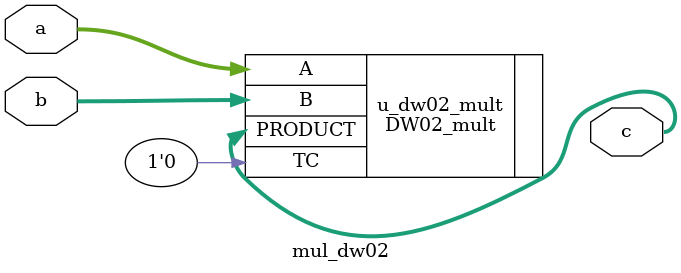
<source format=sv>
module mul_dw02 #(
    parameter int unsigned width = 24
)(
    input [width -1 : 0]    a   ,
    input [width -1 : 0]    b   ,
    output [2*width - 1: 0] c 
);
DW02_mult #(
    .A_width(width),
    .B_width(width)
)u_dw02_mult(
    .A(a)       ,
    .B(b)       ,
    .TC(1'b0)   ,
    .PRODUCT(c)
);
endmodule
</source>
